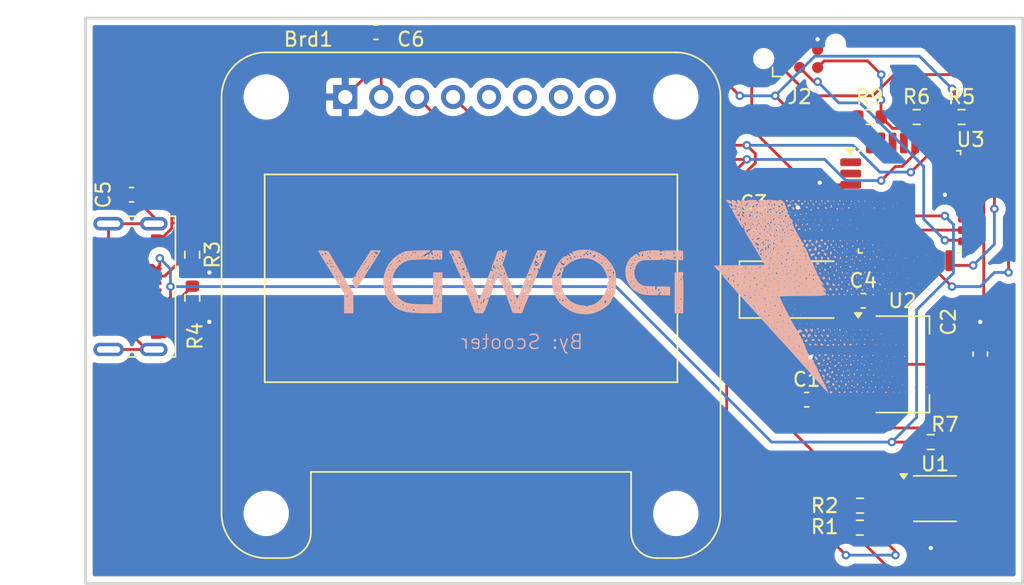
<source format=kicad_pcb>
(kicad_pcb (version 20241229) (generator "pcbnew") (generator_version "9.0")
  (layers (0 "F.Cu" signal) (2 "B.Cu" signal) (13 "F.Paste" user) (15 "B.Paste" user) (5 "F.SilkS" user "F.Silkscreen") (7 "B.SilkS" user "B.Silkscreen") (1 "F.Mask" user) (3 "B.Mask" user) (25 "Edge.Cuts" user))
  (net 0 "")
  (net 1 "GND")
  (net 2 "3V3")
  (net 3 "SDA")
  (net 4 "SCL")
  (net 6 "INPUT_PW")
  (net 8 "VBUS")
  (net 11 "Net-(U3-XTAL1{slash}PB6)")
  (net 13 "Net-(U3-XTAL2{slash}PB7)")
  (net 15 "RESET")
  (net 17 "SCK")
  (net 18 "MOSI")
  (net 21 "MISO")
  (net 22 "Net-(J1-SHIELD)")
  (net 28 "Net-(J1-CC1)")
  (net 29 "Net-(J1-CC2)")
  (footprint "Package_TO_SOT_SMD:SOT-223-3_TabPin2" (layer "F.Cu") (at 166.5 75)
    (property "Reference" "U2" (at 0 -4.5 0) (layer "F.SilkS"))
    (property "Value" "AMS1117-3.3")
    (pad "1" smd roundrect (at -3.15 -2.3) (size 2 1.5) (layers "F.Cu" "F.Mask" "F.Paste") (net 1 "GND"))
    (pad "2" smd roundrect (at -3.15 0) (size 2 1.5) (layers "F.Cu" "F.Mask" "F.Paste") (net 2 "3V3"))
    (pad "2" smd roundrect (at 3.15 0) (size 2 3.8) (layers "F.Cu" "F.Mask" "F.Paste") (net 2 "3V3"))
    (pad "3" smd roundrect (at -3.15 2.3) (size 2 1.5) (layers "F.Cu" "F.Mask" "F.Paste") (net 6 "INPUT_PW"))
  )
  (footprint "Resistor_SMD:R_0603_1608Metric" (layer "F.Cu") (at 170.675 57.5)
    (property "Reference" "R5" (at 0 -1.43 0) (layer "F.SilkS"))
    (property "Value" "4.7kΩ")
    (pad "1" smd roundrect (at -0.825 0) (size 0.8 0.95) (layers "F.Cu" "F.Mask" "F.Paste") (net 2 "3V3"))
    (pad "2" smd roundrect (at 0.825 0) (size 0.8 0.95) (layers "F.Cu" "F.Mask" "F.Paste") (net 3 "SDA"))
  )
  (footprint "Resistor_SMD:R_0603_1608Metric" (layer "F.Cu") (at 168.5 80.5)
    (property "Reference" "R7" (at 1 -1.25 0) (layer "F.SilkS"))
    (property "Value" "0.05 Ω")
    (pad "1" smd roundrect (at -0.825 0) (size 0.8 0.95) (layers "F.Cu" "F.Mask" "F.Paste") (net 8 "VBUS"))
    (pad "2" smd roundrect (at 0.825 0) (size 0.8 0.95) (layers "F.Cu" "F.Mask" "F.Paste") (net 6 "INPUT_PW"))
  )
  (footprint "Connector:Tag-Connect_TC2030-IDC-NL_2x03_P1.27mm_Vertical" (layer "F.Cu") (at 159.23 53.365)
    (property "Reference" "J2" (at 0 2.7 0) (layer "F.SilkS"))
    (property "Value" "AVR-ISP-6")
    (pad "" np_thru_hole circle (at -2.54 0) (size 0.9906 0.9906) (drill 0.9906) (layers "*.Cu" "*.Mask"))
    (pad "" np_thru_hole circle (at 2.54 -1.016) (size 0.9906 0.9906) (drill 0.9906) (layers "*.Cu" "*.Mask"))
    (pad "" np_thru_hole circle (at 2.54 1.016) (size 0.9906 0.9906) (drill 0.9906) (layers "*.Cu" "*.Mask"))
    (pad "1" connect circle (at -1.27 0.635) (size 0.7874 0.7874) (layers "F.Cu" "F.Mask") (net 21 "MISO"))
    (pad "2" connect circle (at -1.27 -0.635) (size 0.7874 0.7874) (layers "F.Cu" "F.Mask") (net 8 "VBUS"))
    (pad "3" connect circle (at 0 0.635) (size 0.7874 0.7874) (layers "F.Cu" "F.Mask") (net 17 "SCK"))
    (pad "4" connect circle (at 0 -0.635) (size 0.7874 0.7874) (layers "F.Cu" "F.Mask") (net 18 "MOSI"))
    (pad "5" connect circle (at 1.27 0.635) (size 0.7874 0.7874) (layers "F.Cu" "F.Mask") (net 15 "RESET"))
    (pad "6" connect circle (at 1.27 -0.635) (size 0.7874 0.7874) (layers "F.Cu" "F.Mask") (net 1 "GND"))
  )
  (footprint "Connector_USB:USB_C_Receptacle_Amphenol_124019772112A" (layer "F.Cu") (at 110.55 69.5 -90)
    (property "Reference" "J1" (hide yes))
    (property "Value" "USB_C_Receptacle")
    (pad "A1" smd roundrect (at -3.55 -3.2 270) (size 0.3 0.75) (layers "F.Cu" "F.Mask" "F.Paste") (net 1 "GND"))
    (pad "A1" smd roundrect (at -3.05 -3.2 270) (size 0.25 0.75) (layers "F.Cu" "F.Mask" "F.Paste") (net 1 "GND"))
    (pad "A1" smd roundrect (at 3.55 -3.2 270) (size 0.3 0.75) (layers "F.Cu" "F.Mask" "F.Paste") (net 1 "GND"))
    (pad "A4" smd roundrect (at -1.25 -3.2 270) (size 0.25 0.75) (layers "F.Cu" "F.Mask" "F.Paste") (net 8 "VBUS"))
    (pad "A5" smd roundrect (at -0.75 -3.2 270) (size 0.25 0.75) (layers "F.Cu" "F.Mask" "F.Paste") (net 28 "Net-(J1-CC1)"))
    (pad "A6" smd roundrect (at -0.25 -3.2 270) (size 0.25 0.75) (layers "F.Cu" "F.Mask" "F.Paste"))
    (pad "A7" smd roundrect (at 0.25 -3.2 270) (size 0.25 0.75) (layers "F.Cu" "F.Mask" "F.Paste"))
    (pad "A8" smd roundrect (at 0.75 -3.2 270) (size 0.25 0.75) (layers "F.Cu" "F.Mask" "F.Paste"))
    (pad "A9" smd roundrect (at 1.25 -3.2 270) (size 0.25 0.75) (layers "F.Cu" "F.Mask" "F.Paste") (net 8 "VBUS"))
    (pad "A12" smd roundrect (at 3.05 -3.2 270) (size 0.25 0.75) (layers "F.Cu" "F.Mask" "F.Paste") (net 1 "GND"))
    (pad "B1" smd roundrect (at 3 -1.95 270) (size 0.25 0.75) (layers "F.Cu" "F.Mask" "F.Paste") (net 1 "GND"))
    (pad "B4" smd roundrect (at 1.5 -1.95 270) (size 0.25 0.75) (layers "F.Cu" "F.Mask" "F.Paste") (net 8 "VBUS"))
    (pad "B5" smd roundrect (at 1 -1.95 270) (size 0.25 0.75) (layers "F.Cu" "F.Mask" "F.Paste") (net 29 "Net-(J1-CC2)"))
    (pad "B6" smd roundrect (at 0.5 -1.95 270) (size 0.25 0.75) (layers "F.Cu" "F.Mask" "F.Paste"))
    (pad "B7" smd roundrect (at -0.5 -1.95 270) (size 0.25 0.75) (layers "F.Cu" "F.Mask" "F.Paste"))
    (pad "B8" smd roundrect (at -1 -1.95 270) (size 0.25 0.75) (layers "F.Cu" "F.Mask" "F.Paste"))
    (pad "B9" smd roundrect (at -1.5 -1.95 270) (size 0.25 0.75) (layers "F.Cu" "F.Mask" "F.Paste") (net 8 "VBUS"))
    (pad "B12" smd roundrect (at -3 -1.95 270) (size 0.25 0.75) (layers "F.Cu" "F.Mask" "F.Paste") (net 1 "GND"))
    (pad "S1" thru_hole oval (at -4.45 -3.025 270) (size 0.95 1.95) (drill oval 0.45 1.45) (property pad_prop_heatsink) (layers "*.Cu" "*.Mask") (net 22 "Net-(J1-SHIELD)"))
    (pad "S1" thru_hole oval (at -4.45 0.175 270) (size 0.95 2.15) (drill oval 0.45 1.65) (property pad_prop_heatsink) (layers "*.Cu" "*.Mask") (net 22 "Net-(J1-SHIELD)"))
    (pad "S1" thru_hole oval (at 4.45 -3.025 270) (size 0.95 1.95) (drill oval 0.45 1.45) (property pad_prop_heatsink) (layers "*.Cu" "*.Mask") (net 22 "Net-(J1-SHIELD)"))
    (pad "S1" thru_hole oval (at 4.45 0.175 270) (size 0.95 2.15) (drill oval 0.45 1.65) (property pad_prop_heatsink) (layers "*.Cu" "*.Mask") (net 22 "Net-(J1-SHIELD)"))
  )
  (footprint "Capacitor_SMD:C_0603_1608Metric" (layer "F.Cu") (at 163.725 70.5)
    (property "Reference" "C4" (at 0 -1.43 0) (layer "F.SilkS"))
    (property "Value" "22 pF")
    (pad "1" smd roundrect (at -0.775 0) (size 0.9 0.95) (layers "F.Cu" "F.Mask" "F.Paste") (net 11 "Net-(U3-XTAL1{slash}PB6)"))
    (pad "2" smd roundrect (at 0.775 0) (size 0.9 0.95) (layers "F.Cu" "F.Mask" "F.Paste") (net 1 "GND"))
  )
  (footprint "Capacitor_SMD:C_0603_1608Metric" (layer "F.Cu") (at 156 65)
    (property "Reference" "C3" (at 0 -1.43 0) (layer "F.SilkS"))
    (property "Value" "22 pF")
    (pad "1" smd roundrect (at -0.775 0) (size 0.9 0.95) (layers "F.Cu" "F.Mask" "F.Paste") (net 13 "Net-(U3-XTAL2{slash}PB7)"))
    (pad "2" smd roundrect (at 0.775 0) (size 0.9 0.95) (layers "F.Cu" "F.Mask" "F.Paste") (net 1 "GND"))
  )
  (footprint "Resistor_SMD:R_0603_1608Metric" (layer "F.Cu") (at 163.490411 86.554819)
    (property "Reference" "R2" (at -2.490411 -1.554819 0) (layer "F.SilkS"))
    (property "Value" "4.7kΩ")
    (pad "1" smd roundrect (at -0.825 0) (size 0.8 0.95) (layers "F.Cu" "F.Mask" "F.Paste") (net 2 "3V3"))
    (pad "2" smd roundrect (at 0.825 0) (size 0.8 0.95) (layers "F.Cu" "F.Mask" "F.Paste") (net 4 "SCL"))
  )
  (footprint "Capacitor_SMD:C_0603_1608Metric" (layer "F.Cu") (at 112 63 180)
    (property "Reference" "C5" (at 2 0 90) (layer "F.SilkS"))
    (property "Value" "1µF")
    (pad "1" smd roundrect (at -0.775 0 180) (size 0.9 0.95) (layers "F.Cu" "F.Mask" "F.Paste") (net 22 "Net-(J1-SHIELD)"))
    (pad "2" smd roundrect (at 0.775 0 180) (size 0.9 0.95) (layers "F.Cu" "F.Mask" "F.Paste") (net 1 "GND"))
  )
  (footprint "Package_SO:VSSOP-10_3x3mm_P0.5mm" (layer "F.Cu") (at 168.8 84.5)
    (property "Reference" "U1" (at 0 -2.45 0) (layer "F.SilkS"))
    (property "Value" "INA226")
    (pad "1" smd roundrect (at -2.2 -1) (size 1.45 0.3) (layers "F.Cu" "F.Mask" "F.Paste"))
    (pad "2" smd roundrect (at -2.2 -0.5) (size 1.45 0.3) (layers "F.Cu" "F.Mask" "F.Paste"))
    (pad "3" smd roundrect (at -2.2 0) (size 1.45 0.3) (layers "F.Cu" "F.Mask" "F.Paste"))
    (pad "4" smd roundrect (at -2.2 0.5) (size 1.45 0.3) (layers "F.Cu" "F.Mask" "F.Paste") (net 3 "SDA"))
    (pad "5" smd roundrect (at -2.2 1) (size 1.45 0.3) (layers "F.Cu" "F.Mask" "F.Paste") (net 4 "SCL"))
    (pad "6" smd roundrect (at 2.2 1) (size 1.45 0.3) (layers "F.Cu" "F.Mask" "F.Paste") (net 2 "3V3"))
    (pad "7" smd roundrect (at 2.2 0.5) (size 1.45 0.3) (layers "F.Cu" "F.Mask" "F.Paste") (net 1 "GND"))
    (pad "8" smd roundrect (at 2.2 0) (size 1.45 0.3) (layers "F.Cu" "F.Mask" "F.Paste") (net 2 "3V3"))
    (pad "9" smd roundrect (at 2.2 -0.5) (size 1.45 0.3) (layers "F.Cu" "F.Mask" "F.Paste") (net 6 "INPUT_PW"))
    (pad "10" smd roundrect (at 2.2 -1) (size 1.45 0.3) (layers "F.Cu" "F.Mask" "F.Paste") (net 8 "VBUS"))
  )
  (footprint "Display:Adafruit_SSD1306" (layer "F.Cu") (at 127.11 56.085)
    (property "Reference" "Brd1" (at -2.61 -4.085 0) (layer "F.SilkS"))
    (property "Value" "SSD1306")
    (pad "" np_thru_hole circle (at -5.588 0) (size 2.7 2.7) (drill 2.7) (layers "*.Cu" "*.Mask"))
    (pad "" np_thru_hole circle (at -5.588 29.464) (size 2.7 2.7) (drill 2.7) (layers "*.Cu" "*.Mask"))
    (pad "" np_thru_hole circle (at 23.368 0) (size 2.7 2.7) (drill 2.7) (layers "*.Cu" "*.Mask"))
    (pad "" np_thru_hole circle (at 23.368 29.464) (size 2.7 2.7) (drill 2.7) (layers "*.Cu" "*.Mask"))
    (pad "1" thru_hole rect (at 0 0) (size 1.7 1.7) (drill 1) (layers "*.Cu" "*.Mask") (net 1 "GND"))
    (pad "2" thru_hole circle (at 2.54 0) (size 1.7 1.7) (drill 1) (layers "*.Cu" "*.Mask") (net 2 "3V3"))
    (pad "3" thru_hole circle (at 5.08 0) (size 1.7 1.7) (drill 1) (layers "*.Cu" "*.Mask") (net 4 "SCL"))
    (pad "4" thru_hole circle (at 7.62 0) (size 1.7 1.7) (drill 1) (layers "*.Cu" "*.Mask") (net 3 "SDA"))
    (pad "5" thru_hole circle (at 10.16 0) (size 1.7 1.7) (drill 1) (layers "*.Cu" "*.Mask"))
    (pad "6" thru_hole circle (at 12.7 0) (size 1.7 1.7) (drill 1) (layers "*.Cu" "*.Mask"))
    (pad "7" thru_hole circle (at 15.24 0) (size 1.7 1.7) (drill 1) (layers "*.Cu" "*.Mask"))
    (pad "8" thru_hole circle (at 17.78 0) (size 1.7 1.7) (drill 1) (layers "*.Cu" "*.Mask"))
  )
  (footprint "Resistor_SMD:R_0603_1608Metric" (layer "F.Cu") (at 116.288536 67.24586 -90)
    (property "Reference" "R3" (at 0 -1.43 90) (layer "F.SilkS"))
    (property "Value" "5.1kΩ")
    (pad "1" smd roundrect (at -0.825 0 270) (size 0.8 0.95) (layers "F.Cu" "F.Mask" "F.Paste") (net 28 "Net-(J1-CC1)"))
    (pad "2" smd roundrect (at 0.825 0 270) (size 0.8 0.95) (layers "F.Cu" "F.Mask" "F.Paste") (net 1 "GND"))
  )
  (footprint "Package_QFP:TQFP-32_7x7mm_P0.8mm" (layer "F.Cu") (at 167 63.5)
    (property "Reference" "U3" (at 4.319711 -4.401571 0) (layer "F.SilkS"))
    (property "Value" "ATmega328P-A")
    (pad "1" smd roundrect (at -4.1625 -2.8) (size 1.475 0.55) (layers "F.Cu" "F.Mask" "F.Paste"))
    (pad "2" smd roundrect (at -4.1625 -2) (size 1.475 0.55) (layers "F.Cu" "F.Mask" "F.Paste"))
    (pad "3" smd roundrect (at -4.1625 -1.2) (size 1.475 0.55) (layers "F.Cu" "F.Mask" "F.Paste") (net 1 "GND"))
    (pad "4" smd roundrect (at -4.1625 -0.4) (size 1.475 0.55) (layers "F.Cu" "F.Mask" "F.Paste") (net 8 "VBUS"))
    (pad "5" smd roundrect (at -4.1625 0.4) (size 1.475 0.55) (layers "F.Cu" "F.Mask" "F.Paste") (net 1 "GND"))
    (pad "6" smd roundrect (at -4.1625 1.2) (size 1.475 0.55) (layers "F.Cu" "F.Mask" "F.Paste") (net 8 "VBUS"))
    (pad "7" smd roundrect (at -4.1625 2) (size 1.475 0.55) (layers "F.Cu" "F.Mask" "F.Paste") (net 11 "Net-(U3-XTAL1{slash}PB6)"))
    (pad "8" smd roundrect (at -4.1625 2.8) (size 1.475 0.55) (layers "F.Cu" "F.Mask" "F.Paste") (net 13 "Net-(U3-XTAL2{slash}PB7)"))
    (pad "9" smd roundrect (at -2.8 4.1625) (size 0.55 1.475) (layers "F.Cu" "F.Mask" "F.Paste"))
    (pad "10" smd roundrect (at -2 4.1625) (size 0.55 1.475) (layers "F.Cu" "F.Mask" "F.Paste"))
    (pad "11" smd roundrect (at -1.2 4.1625) (size 0.55 1.475) (layers "F.Cu" "F.Mask" "F.Paste"))
    (pad "12" smd roundrect (at -0.4 4.1625) (size 0.55 1.475) (layers "F.Cu" "F.Mask" "F.Paste"))
    (pad "13" smd roundrect (at 0.4 4.1625) (size 0.55 1.475) (layers "F.Cu" "F.Mask" "F.Paste"))
    (pad "14" smd roundrect (at 1.2 4.1625) (size 0.55 1.475) (layers "F.Cu" "F.Mask" "F.Paste"))
    (pad "15" smd roundrect (at 2 4.1625) (size 0.55 1.475) (layers "F.Cu" "F.Mask" "F.Paste") (net 18 "MOSI"))
    (pad "16" smd roundrect (at 2.8 4.1625) (size 0.55 1.475) (layers "F.Cu" "F.Mask" "F.Paste") (net 21 "MISO"))
    (pad "17" smd roundrect (at 4.1625 2.8) (size 1.475 0.55) (layers "F.Cu" "F.Mask" "F.Paste") (net 17 "SCK"))
    (pad "18" smd roundrect (at 4.1625 2) (size 1.475 0.55) (layers "F.Cu" "F.Mask" "F.Paste") (net 8 "VBUS"))
    (pad "19" smd roundrect (at 4.1625 1.2) (size 1.475 0.55) (layers "F.Cu" "F.Mask" "F.Paste"))
    (pad "20" smd roundrect (at 4.1625 0.4) (size 1.475 0.55) (layers "F.Cu" "F.Mask" "F.Paste"))
    (pad "21" smd roundrect (at 4.1625 -0.4) (size 1.475 0.55) (layers "F.Cu" "F.Mask" "F.Paste") (net 1 "GND"))
    (pad "22" smd roundrect (at 4.1625 -1.2) (size 1.475 0.55) (layers "F.Cu" "F.Mask" "F.Paste"))
    (pad "23" smd roundrect (at 4.1625 -2) (size 1.475 0.55) (layers "F.Cu" "F.Mask" "F.Paste"))
    (pad "24" smd roundrect (at 4.1625 -2.8) (size 1.475 0.55) (layers "F.Cu" "F.Mask" "F.Paste"))
    (pad "25" smd roundrect (at 2.8 -4.1625) (size 0.55 1.475) (layers "F.Cu" "F.Mask" "F.Paste"))
    (pad "26" smd roundrect (at 2 -4.1625) (size 0.55 1.475) (layers "F.Cu" "F.Mask" "F.Paste"))
    (pad "27" smd roundrect (at 1.2 -4.1625) (size 0.55 1.475) (layers "F.Cu" "F.Mask" "F.Paste") (net 3 "SDA"))
    (pad "28" smd roundrect (at 0.4 -4.1625) (size 0.55 1.475) (layers "F.Cu" "F.Mask" "F.Paste") (net 4 "SCL"))
    (pad "29" smd roundrect (at -0.4 -4.1625) (size 0.55 1.475) (layers "F.Cu" "F.Mask" "F.Paste") (net 15 "RESET"))
    (pad "30" smd roundrect (at -1.2 -4.1625) (size 0.55 1.475) (layers "F.Cu" "F.Mask" "F.Paste"))
    (pad "31" smd roundrect (at -2 -4.1625) (size 0.55 1.475) (layers "F.Cu" "F.Mask" "F.Paste"))
    (pad "32" smd roundrect (at -2.8 -4.1625) (size 0.55 1.475) (layers "F.Cu" "F.Mask" "F.Paste"))
  )
  (footprint "Resistor_SMD:R_0603_1608Metric" (layer "F.Cu") (at 164.175 57.5)
    (property "Reference" "R9" (at 0 -1.43 0) (layer "F.SilkS"))
    (property "Value" "10kΩ")
    (pad "1" smd roundrect (at -0.825 0) (size 0.8 0.95) (layers "F.Cu" "F.Mask" "F.Paste") (net 2 "3V3"))
    (pad "2" smd roundrect (at 0.825 0) (size 0.8 0.95) (layers "F.Cu" "F.Mask" "F.Paste") (net 15 "RESET"))
  )
  (footprint "Resistor_SMD:R_0603_1608Metric" (layer "F.Cu") (at 167.5 57.5)
    (property "Reference" "R6" (at 0 -1.43 0) (layer "F.SilkS"))
    (property "Value" "4.7kΩ")
    (pad "1" smd roundrect (at -0.825 0) (size 0.8 0.95) (layers "F.Cu" "F.Mask" "F.Paste") (net 2 "3V3"))
    (pad "2" smd roundrect (at 0.825 0) (size 0.8 0.95) (layers "F.Cu" "F.Mask" "F.Paste") (net 4 "SCL"))
  )
  (footprint "Capacitor_SMD:C_0603_1608Metric" (layer "F.Cu") (at 129.275 51.5 180)
    (property "Reference" "C6" (at -2.475 -0.5 0) (layer "F.SilkS"))
    (property "Value" "0.1 µF")
    (pad "1" smd roundrect (at -0.775 0 180) (size 0.9 0.95) (layers "F.Cu" "F.Mask" "F.Paste") (net 2 "3V3"))
    (pad "2" smd roundrect (at 0.775 0 180) (size 0.9 0.95) (layers "F.Cu" "F.Mask" "F.Paste") (net 1 "GND"))
  )
  (footprint "Resistor_SMD:R_0603_1608Metric" (layer "F.Cu") (at 163.5 85 180)
    (property "Reference" "R1" (at 2.5 -1.492947 0) (layer "F.SilkS"))
    (property "Value" "4.7kΩ")
    (pad "1" smd roundrect (at -0.825 0 180) (size 0.8 0.95) (layers "F.Cu" "F.Mask" "F.Paste") (net 3 "SDA"))
    (pad "2" smd roundrect (at 0.825 0 180) (size 0.8 0.95) (layers "F.Cu" "F.Mask" "F.Paste") (net 2 "3V3"))
  )
  (footprint "Crystal:Crystal_SMD_0603-2Pin_6.0x3.5mm" (layer "F.Cu") (at 158.386193 69.711133)
    (property "Reference" "Y1" (at 0 -2.95 0) (layer "F.SilkS"))
    (property "Value" "Crystal")
    (pad "1" smd roundrect (at -2.2 0) (size 1.9 2.5) (layers "F.Cu" "F.Mask" "F.Paste") (roundrect_rratio 0.131579) (net 13 "Net-(U3-XTAL2{slash}PB7)"))
    (pad "2" smd roundrect (at 2.2 0) (size 1.9 2.5) (layers "F.Cu" "F.Mask" "F.Paste") (roundrect_rratio 0.131579) (net 11 "Net-(U3-XTAL1{slash}PB6)"))
  )
  (footprint "Resistor_SMD:R_0603_1608Metric" (layer "F.Cu") (at 116.296665 70.2917 -90)
    (property "Reference" "R4" (at 2.7083 -0.203335 90) (layer "F.SilkS"))
    (property "Value" "5.1kΩ")
    (pad "1" smd roundrect (at -0.825 0 270) (size 0.8 0.95) (layers "F.Cu" "F.Mask" "F.Paste") (net 29 "Net-(J1-CC2)"))
    (pad "2" smd roundrect (at 0.825 0 270) (size 0.8 0.95) (layers "F.Cu" "F.Mask" "F.Paste") (net 1 "GND"))
  )
  (footprint "Capacitor_SMD:C_0603_1608Metric" (layer "F.Cu") (at 159.725 77.5)
    (property "Reference" "C1" (at 0 -1.43 0) (layer "F.SilkS"))
    (property "Value" "10 µF")
    (pad "1" smd roundrect (at -0.775 0) (size 0.9 0.95) (layers "F.Cu" "F.Mask" "F.Paste") (net 1 "GND"))
    (pad "2" smd roundrect (at 0.775 0) (size 0.9 0.95) (layers "F.Cu" "F.Mask" "F.Paste") (net 6 "INPUT_PW"))
  )
  (footprint "Capacitor_SMD:C_0603_1608Metric" (layer "F.Cu") (at 172 74.275 90)
    (property "Reference" "C2" (at 2.275 -2.25 90) (layer "F.SilkS"))
    (property "Value" "10 µF")
    (pad "1" smd roundrect (at -0.775 0 90) (size 0.9 0.95) (layers "F.Cu" "F.Mask" "F.Paste") (net 2 "3V3"))
    (pad "2" smd roundrect (at 0.775 0 90) (size 0.9 0.95) (layers "F.Cu" "F.Mask" "F.Paste") (net 1 "GND"))
  )
  (footprint "LOGO" (layer "B.Cu") (at 144.5 69 180)
    (property "Reference" "G***" (hide yes))
    (property "Value" "LOGO" (hide yes))
  )
  (gr_rect (start 108.75 50.5) (end 175 90.5) (stroke (width 0.2)) (fill no) (layer "Edge.Cuts"))
  (gr_text "By: Scooter" (at 144 74 0) (layer "B.SilkS") (effects (font (size 1 1) (thickness 0.1)) (justify left bottom mirror)))
  (segment (start 160.810147 62.3) (end 162.8375 62.3) (width 0.2) (layer "F.Cu") (net 1))
  (segment (start 128.5 51.5) (end 128.5 54.695) (width 0.2) (layer "F.Cu") (net 1))
  (segment (start 159.1 63.9) (end 158 65) (width 0.2) (layer "F.Cu") (net 1))
  (segment (start 113.75 65.95) (end 113.75 66.45) (width 0.2) (layer "F.Cu") (net 1))
  (segment (start 160 72.5) (end 160 74.5) (width 0.2) (layer "F.Cu") (net 1))
  (segment (start 114.363365 73.05) (end 116.296665 71.1167) (width 0.2) (layer "F.Cu") (net 1))
  (segment (start 113.00011 62) (end 112.225 62) (width 0.2) (layer "F.Cu") (net 1))
  (segment (start 170.241176 85) (end 168.5 86.741176) (width 0.2) (layer "F.Cu") (net 1))
  (segment (start 158.95 75.55) (end 160 74.5) (width 0.2) (layer "F.Cu") (net 1))
  (segment (start 117.07086 68.07086) (end 117.5 68.5) (width 0.2) (layer "F.Cu") (net 1))
  (segment (start 161.8 72.7) (end 160 74.5) (width 0.2) (layer "F.Cu") (net 1))
  (segment (start 128.5 54.695) (end 127.11 56.085) (width 0.2) (layer "F.Cu") (net 1))
  (segment (start 113.7 66.5) (end 113.75 66.45) (width 0.2) (layer "F.Cu") (net 1))
  (segment (start 164.5 70.5) (end 163.5 71.5) (width 0.2) (layer "F.Cu") (net 1))
  (segment (start 158 65) (end 156.775 65) (width 0.2) (layer "F.Cu") (net 1))
  (segment (start 113.75 65.95) (end 114.27243 65.95) (width 0.2) (layer "F.Cu") (net 1))
  (segment (start 169.6 63.1) (end 169.5 63) (width 0.2) (layer "F.Cu") (net 1))
  (segment (start 168.5 86.741176) (end 168.5 88) (width 0.2) (layer "F.Cu") (net 1))
  (segment (start 163.5 71.5) (end 161 71.5) (width 0.2) (layer "F.Cu") (net 1))
  (segment (start 114.851 63.85089) (end 113.00011 62) (width 0.2) (layer "F.Cu") (net 1))
  (segment (start 114.27243 65.95) (end 114.851 65.37143) (width 0.2) (layer "F.Cu") (net 1))
  (segment (start 113.75 73.05) (end 113.75 72.55) (width 0.2) (layer "F.Cu") (net 1))
  (segment (start 172 73.5) (end 172 72) (width 0.2) (layer "F.Cu") (net 1))
  (segment (start 116.6167 71.1167) (end 117.5 72) (width 0.2) (layer "F.Cu") (net 1))
  (segment (start 163.35 72.7) (end 161.8 72.7) (width 0.2) (layer "F.Cu") (net 1))
  (segment (start 114.851 65.37143) (end 114.851 65) (width 0.2) (layer "F.Cu") (net 1))
  (segment (start 160.5 52.73) (end 160.5 52) (width 0.2) (layer "F.Cu") (net 1))
  (segment (start 116.296665 71.1167) (end 116.6167 71.1167) (width 0.2) (layer "F.Cu") (net 1))
  (segment (start 171 85) (end 170.241176 85) (width 0.2) (layer "F.Cu") (net 1))
  (segment (start 159.1 63.9) (end 162.8375 63.9) (width 0.2) (layer "F.Cu") (net 1))
  (segment (start 112.5 72.5) (end 113.7 72.5) (width 0.2) (layer "F.Cu") (net 1))
  (segment (start 114.851 65) (end 116.05674 65) (width 0.2) (layer "F.Cu") (net 1))
  (segment (start 113.75 73.05) (end 114.363365 73.05) (width 0.2) (layer "F.Cu") (net 1))
  (segment (start 113.7 72.5) (end 113.75 72.55) (width 0.2) (layer "F.Cu") (net 1))
  (segment (start 158.95 77.5) (end 158.95 75.55) (width 0.2) (layer "F.Cu") (net 1))
  (segment (start 116.288536 68.07086) (end 117 68.07086) (width 0.2) (layer "F.Cu") (net 1))
  (segment (start 112.225 62) (end 111.225 63) (width 0.2) (layer "F.Cu") (net 1))
  (segment (start 171.1625 63.1) (end 169.6 63.1) (width 0.2) (layer "F.Cu") (net 1))
  (segment (start 112.5 66.5) (end 113.7 66.5) (width 0.2) (layer "F.Cu") (net 1))
  (segment (start 116.05674 65) (end 117.064536 66.007796) (width 0.2) (layer "F.Cu") (net 1))
  (segment (start 117 68.07086) (end 117.07086 68.07086) (width 0.2) (layer "F.Cu") (net 1))
  (segment (start 117.064536 68.006324) (end 117 68.07086) (width 0.2) (layer "F.Cu") (net 1))
  (segment (start 161 71.5) (end 160 72.5) (width 0.2) (layer "F.Cu") (net 1))
  (segment (start 114.851 65) (end 114.851 63.85089) (width 0.2) (layer "F.Cu") (net 1))
  (segment (start 160.653903 62.143756) (end 160.810147 62.3) (width 0.2) (layer "F.Cu") (net 1))
  (segment (start 117.064536 66.007796) (end 117.064536 68.006324) (width 0.2) (layer "F.Cu") (net 1))
  (via (at 159.1 63.9) (size 0.6) (drill 0.3) (layers "F.Cu" "B.Cu") (net 1))
  (via (at 169.5 63) (size 0.6) (drill 0.3) (layers "F.Cu" "B.Cu") (net 1))
  (via (at 160.653903 62.143756) (size 0.6) (drill 0.3) (layers "F.Cu" "B.Cu") (net 1))
  (via (at 117.5 68.5) (size 0.6) (drill 0.3) (layers "F.Cu" "B.Cu") (net 1))
  (via (at 168.5 88) (size 0.6) (drill 0.3) (layers "F.Cu" "B.Cu") (net 1))
  (via (at 117.5 72) (size 0.6) (drill 0.3) (layers "F.Cu" "B.Cu") (net 1))
  (via (at 160 74.5) (size 0.6) (drill 0.3) (layers "F.Cu" "B.Cu") (net 1))
  (via (at 160.5 52) (size 0.6) (drill 0.3) (layers "F.Cu" "B.Cu") (net 1))
  (via (at 172 72) (size 0.6) (drill 0.3) (layers "F.Cu" "B.Cu") (net 1))
  (segment (start 161.8 72.7) (end 163.6 74.5) (width 0.2) (layer "B.Cu") (net 1))
  (segment (start 162.665411 85.009589) (end 162.675 85) (width 0.2) (layer "F.Cu") (net 2))
  (segment (start 129.65 51.9) (end 130.05 51.5) (width 0.2) (layer "F.Cu") (net 2))
  (segment (start 163.35 75) (end 169.65 75) (width 0.2) (layer "F.Cu") (net 2))
  (segment (start 165.610592 89.5) (end 169 89.5) (width 0.2) (layer "F.Cu") (net 2))
  (segment (start 172.13255 56.53355) (end 172.248943 56.649943) (width 0.2) (layer "F.Cu") (net 2))
  (segment (start 162.665411 86.554819) (end 165.610592 89.5) (width 0.2) (layer "F.Cu") (net 2))
  (segment (start 173.5 83.5) (end 173.5 76.55) (width 0.2) (layer "F.Cu") (net 2))
  (segment (start 169.65 75) (end 171.95 75) (width 0.2) (layer "F.Cu") (net 2))
  (segment (start 172.248943 70.248943) (end 174 72) (width 0.2) (layer "F.Cu") (net 2))
  (segment (start 171.95 75) (end 172 75.05) (width 0.2) (layer "F.Cu") (net 2))
  (segment (start 174 73.05) (end 172 75.05) (width 0.2) (layer "F.Cu") (net 2))
  (segment (start 150.5 51.5) (end 155 56) (width 0.2) (layer "F.Cu") (net 2))
  (segment (start 173 85.5) (end 173.5 85) (width 0.2) (layer "F.Cu") (net 2))
  (segment (start 170.175 55.675) (end 170 55.5) (width 0.2) (layer "F.Cu") (net 2))
  (segment (start 159 57.5) (end 163.35 57.5) (width 0.2) (layer "F.Cu") (net 2))
  (segment (start 169.85 57.5) (end 170.81645 56.53355) (width 0.2) (layer "F.Cu") (net 2))
  (segment (start 172.248943 56.649943) (end 172.248943 70.248943) (width 0.2) (layer "F.Cu") (net 2))
  (segment (start 174 72) (end 174 73.05) (width 0.2) (layer "F.Cu") (net 2))
  (segment (start 172.5 84.5) (end 173.5 83.5) (width 0.2) (layer "F.Cu") (net 2))
  (segment (start 170.81645 56.53355) (end 172.13255 56.53355) (width 0.2) (layer "F.Cu") (net 2))
  (segment (start 157.5 56) (end 159 57.5) (width 0.2) (layer "F.Cu") (net 2))
  (segment (start 170.175 57.175) (end 170.175 55.675) (width 0.2) (layer "F.Cu") (net 2))
  (segment (start 129.65 56.085) (end 129.65 51.9) (width 0.2) (layer "F.Cu") (net 2))
  (segment (start 173.5 76.55) (end 172 75.05) (width 0.2) (layer "F.Cu") (net 2))
  (segment (start 169.074 56.724) (end 169.85 57.5) (width 0.2) (layer "F.Cu") (net 2))
  (segment (start 169 89.5) (end 173 85.5) (width 0.2) (layer "F.Cu") (net 2))
  (segment (start 171 85.5) (end 173 85.5) (width 0.2) (layer "F.Cu") (net 2))
  (segment (start 162.665411 86.554819) (end 162.665411 85.009589) (width 0.2) (layer "F.Cu") (net 2))
  (segment (start 166.675 57.5) (end 167.451 56.724) (width 0.2) (layer "F.Cu") (net 2))
  (segment (start 130.05 51.5) (end 150.5 51.5) (width 0.2) (layer "F.Cu") (net 2))
  (segment (start 173.5 85) (end 173.5 83.5) (width 0.2) (layer "F.Cu") (net 2))
  (segment (start 169.85 57.5) (end 170.175 57.175) (width 0.2) (layer "F.Cu") (net 2))
  (segment (start 171 84.5) (end 172.5 84.5) (width 0.2) (layer "F.Cu") (net 2))
  (segment (start 167.451 56.724) (end 169.074 56.724) (width 0.2) (layer "F.Cu") (net 2))
  (via (at 170 55.5) (size 0.6) (drill 0.3) (layers "F.Cu" "B.Cu") (net 2))
  (via (at 155 56) (size 0.6) (drill 0.3) (layers "F.Cu" "B.Cu") (net 2))
  (via (at 157.5 56) (size 0.6) (drill 0.3) (layers "F.Cu" "B.Cu") (net 2))
  (segment (start 155 56) (end 157.5 56) (width 0.2) (layer "B.Cu") (net 2))
  (segment (start 167.6953 53.1953) (end 170 55.5) (width 0.2) (layer "B.Cu") (net 2))
  (segment (start 157.5 56) (end 160.3047 53.1953) (width 0.2) (layer "B.Cu") (net 2))
  (segment (start 160.3047 53.1953) (end 167.6953 53.1953) (width 0.2) (layer "B.Cu") (net 2))
  (segment (start 154.474 75.474) (end 154.474 62.375943) (width 0.2) (layer "F.Cu") (net 3))
  (segment (start 154.474 62.375943) (end 156.101 60.748943) (width 0.2) (layer "F.Cu") (net 3))
  (segment (start 168.524001 58.276) (end 168.2 58.600001) (width 0.2) (layer "F.Cu") (net 3))
  (segment (start 138.145 59.5) (end 155.5 59.5) (width 0.2) (layer "F.Cu") (net 3))
  (segment (start 171.5 57.5) (end 170.724 58.276) (width 0.2) (layer "F.Cu") (net 3))
  (segment (start 167.08887 61.41113) (end 168.2 60.3) (width 0.2) (layer "F.Cu") (net 3))
  (segment (start 168.2 60.3) (end 168.2 59.3375) (width 0.2) (layer "F.Cu") (net 3))
  (segment (start 164.325 85) (end 164 85) (width 0.2) (layer "F.Cu") (net 3))
  (segment (start 168.2 58.600001) (end 168.2 59.3375) (width 0.2) (layer "F.Cu") (net 3))
  (segment (start 170.724 58.276) (end 168.524001 58.276) (width 0.2) (layer "F.Cu") (net 3))
  (segment (start 156.101 60.101) (end 155.5 59.5) (width 0.2) (layer "F.Cu") (net 3))
  (segment (start 156.101 60.748943) (end 156.101 60.101) (width 0.2) (layer "F.Cu") (net 3))
  (segment (start 134.73 56.085) (end 138.145 59.5) (width 0.2) (layer "F.Cu") (net 3))
  (segment (start 164 85) (end 154.474 75.474) (width 0.2) (layer "F.Cu") (net 3))
  (segment (start 166.6 85) (end 164.325 85) (width 0.2) (layer "F.Cu") (net 3))
  (via (at 155.5 59.5) (size 0.6) (drill 0.3) (layers "F.Cu" "B.Cu") (net 3))
  (via (at 167.08887 61.41113) (size 0.6) (drill 0.3) (layers "F.Cu" "B.Cu") (net 3))
  (segment (start 166.91113 61.41113) (end 166.899 61.399) (width 0.2) (layer "B.Cu") (net 3))
  (segment (start 167.08887 61.41113) (end 166.91113 61.41113) (width 0.2) (layer "B.Cu") (net 3))
  (segment (start 163 59.5) (end 155.5 59.5) (width 0.2) (layer "B.Cu") (net 3))
  (segment (start 164.899 61.399) (end 163 59.5) (width 0.2) (layer "B.Cu") (net 3))
  (segment (start 166.899 61.399) (end 164.899 61.399) (width 0.2) (layer "B.Cu") (net 3))
  (segment (start 166 88.239408) (end 166 88.5) (width 0.2) (layer "F.Cu") (net 4))
  (segment (start 154.073 61.927) (end 155.5 60.5) (width 0.2) (layer "F.Cu") (net 4))
  (segment (start 166 61) (end 166.474999 61) (width 0.2) (layer "F.Cu") (net 4))
  (segment (start 162.5 88.5) (end 154.073 80.073) (width 0.2) (layer "F.Cu") (net 4))
  (segment (start 167.4 58.425) (end 167.4 59.3375) (width 0.2) (layer "F.Cu") (net 4))
  (segment (start 166.474999 61) (end 167.4 60.074999) (width 0.2) (layer "F.Cu") (net 4))
  (segment (start 136.605 60.5) (end 155.5 60.5) (width 0.2) (layer "F.Cu") (net 4))
  (segment (start 165 62) (end 166 61) (width 0.2) (layer "F.Cu") (net 4))
  (segment (start 132.19 56.085) (end 136.605 60.5) (width 0.2) (layer "F.Cu") (net 4))
  (segment (start 164.315411 86.554819) (end 166 88.239408) (width 0.2) (layer "F.Cu") (net 4))
  (segment (start 165.37023 85.5) (end 164.315411 86.554819) (width 0.2) (layer "F.Cu") (net 4))
  (segment (start 154.073 80.073) (end 154.073 61.927) (width 0.2) (layer "F.Cu") (net 4))
  (segment (start 166.6 85.5) (end 165.37023 85.5) (width 0.2) (layer "F.Cu") (net 4))
  (segment (start 168.325 57.5) (end 167.4 58.425) (width 0.2) (layer "F.Cu") (net 4))
  (segment (start 167.4 60.074999) (end 167.4 59.3375) (width 0.2) (layer "F.Cu") (net 4))
  (via (at 155.5 60.5) (size 0.6) (drill 0.3) (layers "F.Cu" "B.Cu") (net 4))
  (via (at 166 88.5) (size 0.6) (drill 0.3) (layers "F.Cu" "B.Cu") (net 4))
  (via (at 162.5 88.5) (size 0.6) (drill 0.3) (layers "F.Cu" "B.Cu") (net 4))
  (via (at 165 62) (size 0.6) (drill 0.3) (layers "F.Cu" "B.Cu") (net 4))
  (segment (start 165 62) (end 162.5 62) (width 0.2) (layer "B.Cu") (net 4))
  (segment (start 162.5 62) (end 161 60.5) (width 0.2) (layer "B.Cu") (net 4))
  (segment (start 155.5 60.5) (end 160 60.5) (width 0.2) (layer "B.Cu") (net 4))
  (segment (start 166 88.5) (end 162.5 88.5) (width 0.2) (layer "B.Cu") (net 4))
  (segment (start 161 60.5) (end 160 60.5) (width 0.2) (layer "B.Cu") (net 4))
  (segment (start 163.5 79.5) (end 163.35 79.35) (width 0.2) (layer "F.Cu") (net 6))
  (segment (start 171 80.5) (end 169.325 80.5) (width 0.2) (layer "F.Cu") (net 6))
  (segment (start 169.325 80.5) (end 168.325 79.5) (width 0.2) (layer "F.Cu") (net 6))
  (segment (start 168.325 79.5) (end 163.5 79.5) (width 0.2) (layer "F.Cu") (net 6))
  (segment (start 171.758824 84) (end 172.026 83.732824) (width 0.2) (layer "F.Cu") (net 6))
  (segment (start 172.026 81.526) (end 171 80.5) (width 0.2) (layer "F.Cu") (net 6))
  (segment (start 171 84) (end 171.758824 84) (width 0.2) (layer "F.Cu") (net 6))
  (segment (start 172.026 83.732824) (end 172.026 81.526) (width 0.2) (layer "F.Cu") (net 6))
  (segment (start 163.35 79.35) (end 163.35 77.3) (width 0.2) (layer "F.Cu") (net 6))
  (segment (start 160.7 77.3) (end 160.5 77.5) (width 0.2) (layer "F.Cu") (net 6))
  (segment (start 163.35 77.3) (end 160.7 77.3) (width 0.2) (layer "F.Cu") (net 6))
  (segment (start 114.25 70.75) (end 114.751814 70.248186) (width 0.2) (layer "F.Cu") (net 8))
  (segment (start 114.751814 70.248186) (end 114.751814 69.5) (width 0.2) (layer "F.Cu") (net 8))
  (segment (start 162.8375 64.7) (end 165.2 64.7) (width 0.2) (layer "F.Cu") (net 8))
  (segment (start 165.2 64.7) (end 166 65.5) (width 0.2) (layer "F.Cu") (net 8))
  (segment (start 165.4 64.5) (end 165.2 64.7) (width 0.2) (layer "F.Cu") (net 8))
  (segment (start 171 83.5) (end 169.5 83.5) (width 0.2) (layer "F.Cu") (net 8))
  (segment (start 113.75 68.25) (end 113.5 68) (width 0.2) (layer "F.Cu") (net 8))
  (segment (start 165.75 80.5) (end 167.675 80.5) (width 0.2) (layer "F.Cu") (net 8))
  (segment (start 166 65.5) (end 171.1625 65.5) (width 0.2) (layer "F.Cu") (net 8))
  (segment (start 162.8375 63.1) (end 163.6 63.1) (width 0.2) (layer "F.Cu") (net 8))
  (segment (start 163.6 63.1) (end 166 65.5) (width 0.2) (layer "F.Cu") (net 8))
  (segment (start 113.5 71) (end 113.75 70.75) (width 0.2) (layer "F.Cu") (net 8))
  (segment (start 155.8437 58.3437) (end 160.6 63.1) (width 0.2) (layer "F.Cu") (net 8))
  (segment (start 157.7487 52.5187) (end 156.339451 52.5187) (width 0.2) (layer "F.Cu") (net 8))
  (segment (start 169.5 64.5) (end 165.4 64.5) (width 0.2) (layer "F.Cu") (net 8))
  (segment (start 169.5 83.5) (end 167.675 81.675) (width 0.2) (layer "F.Cu") (net 8))
  (segment (start 112.5 71) (end 113.5 71) (width 0.2) (layer "F.Cu") (net 8))
  (segment (start 156.339451 52.5187) (end 155.8437 53.014451) (width 0.2) (layer "F.Cu") (net 8))
  (segment (start 160.6 63.1) (end 162.8375 63.1) (width 0.2) (layer "F.Cu") (net 8))
  (segment (start 155.8437 58.267644) (end 155.8437 58.3437) (width 0.2) (layer "F.Cu") (net 8))
  (segment (start 114.751814 69.5) (end 114.751814 69.459635) (width 0.2) (layer "F.Cu") (net 8))
  (segment (start 113.75 70.75) (end 114.25 70.75) (width 0.2) (layer "F.Cu") (net 8))
  (segment (start 155.8437 53.014451) (end 155.8437 58.267644) (width 0.2) (layer "F.Cu") (net 8))
  (segment (start 157.96 52.73) (end 157.7487 52.5187) (width 0.2) (layer "F.Cu") (net 8))
  (segment (start 114 67.5) (end 114 68) (width 0.2) (layer "F.Cu") (net 8))
  (segment (start 167.675 81.675) (end 167.675 80.5) (width 0.2) (layer "F.Cu") (net 8))
  (segment (start 163.574999 63.1) (end 162.8375 63.1) (width 0.2) (layer "F.Cu") (net 8))
  (segment (start 114 68) (end 113.75 68.25) (width 0.2) (layer "F.Cu") (net 8))
  (segment (start 113.5 68) (end 112.5 68) (width 0.2) (layer "F.Cu") (net 8))
  (via (at 165.75 80.5) (size 0.6) (drill 0.3) (layers "F.Cu" "B.Cu") (net 8))
  (via (at 114 67.5) (size 0.6) (drill 0.3) (layers "F.Cu" "B.Cu") (net 8))
  (via (at 169.5 64.5) (size 0.6) (drill 0.3) (layers "F.Cu" "B.Cu") (net 8))
  (via (at 114.751814 69.5) (size 0.6) (drill 0.3) (layers "F.Cu" "B.Cu") (net 8))
  (segment (start 167.5 71.5) (end 167.5 71.150057) (width 0.2) (layer "B.Cu") (net 8))
  (segment (start 114.751814 69.5) (end 114.751814 68.251814) (width 0.2) (layer "B.Cu") (net 8))
  (segment (start 114.751814 68.251814) (end 114 67.5) (width 0.2) (layer "B.Cu") (net 8))
  (segment (start 167.5 71.150057) (end 170.101 68.549057) (width 0.2) (layer "B.Cu") (net 8))
  (segment (start 170.101 65.101) (end 169.5 64.5) (width 0.2) (layer "B.Cu") (net 8))
  (segment (start 167.5 78.75) (end 167.5 71.5) (width 0.2) (layer "B.Cu") (net 8))
  (segment (start 114.751814 69.5) (end 146.25 69.5) (width 0.2) (layer "B.Cu") (net 8))
  (segment (start 146.25 69.5) (end 157.25 80.5) (width 0.2) (layer "B.Cu") (net 8))
  (segment (start 157.25 80.5) (end 165.75 80.5) (width 0.2) (layer "B.Cu") (net 8))
  (segment (start 165.75 80.5) (end 167.5 78.75) (width 0.2) (layer "B.Cu") (net 8))
  (segment (start 170.101 68.549057) (end 170.101 65.101) (width 0.2) (layer "B.Cu") (net 8))
  (segment (start 160.586193 69.711133) (end 160.789923 69.711133) (width 0.2) (layer "F.Cu") (net 11))
  (segment (start 163.574999 65.5) (end 163.876 65.801001) (width 0.2) (layer "F.Cu") (net 11))
  (segment (start 161.57879 70.5) (end 162.95 70.5) (width 0.2) (layer "F.Cu") (net 11))
  (segment (start 163.876 65.801001) (end 163.876 66.625056) (width 0.2) (layer "F.Cu") (net 11))
  (segment (start 162.8375 65.5) (end 163.574999 65.5) (width 0.2) (layer "F.Cu") (net 11))
  (segment (start 160.789923 69.711133) (end 161.57879 70.5) (width 0.2) (layer "F.Cu") (net 11))
  (segment (start 163.876 66.625056) (end 160.789923 69.711133) (width 0.2) (layer "F.Cu") (net 11))
  (segment (start 162.8375 66.3) (end 156.7 66.3) (width 0.2) (layer "F.Cu") (net 13))
  (segment (start 156.186193 66.813807) (end 155.225 65.852614) (width 0.2) (layer "F.Cu") (net 13))
  (segment (start 156.7 66.3) (end 156.186193 66.813807) (width 0.2) (layer "F.Cu") (net 13))
  (segment (start 156.186193 66.813807) (end 156.186193 69.711133) (width 0.2) (layer "F.Cu") (net 13))
  (segment (start 156.186193 69.711133) (end 156.186193 69.686193) (width 0.2) (layer "F.Cu") (net 13))
  (segment (start 155.225 65.852614) (end 155.225 65) (width 0.2) (layer "F.Cu") (net 13))
  (segment (start 164.979178 56.284871) (end 164.979178 57.479178) (width 0.2) (layer "F.Cu") (net 15))
  (segment (start 164.0347 53.5347) (end 165 54.5) (width 0.2) (layer "F.Cu") (net 15))
  (segment (start 166.298999 58.299) (end 165.799 58.299) (width 0.2) (layer "F.Cu") (net 15))
  (segment (start 166.6 58.600001) (end 166.298999 58.299) (width 0.2) (layer "F.Cu") (net 15))
  (segment (start 165.799 58.299) (end 165 57.5) (width 0.2) (layer "F.Cu") (net 15))
  (segment (start 160.9653 53.5347) (end 164.0347 53.5347) (width 0.2) (layer "F.Cu") (net 15))
  (segment (start 166.6 59.3375) (end 166.6 58.600001) (width 0.2) (layer "F.Cu") (net 15))
  (segment (start 160.5 54) (end 160.9653 53.5347) (width 0.2) (layer "F.Cu") (net 15))
  (segment (start 164.979178 57.479178) (end 165 57.5) (width 0.2) (layer "F.Cu") (net 15))
  (via (at 165 54.5) (size 0.6) (drill 0.3) (layers "F.Cu" "B.Cu") (net 15))
  (via (at 164.979178 56.284871) (size 0.6) (drill 0.3) (layers "F.Cu" "B.Cu") (net 15))
  (segment (start 165 54.5) (end 165 56.264049) (width 0.2) (layer "B.Cu") (net 15))
  (segment (start 165 56.264049) (end 164.979178 56.284871) (width 0.2) (layer "B.Cu") (net 15))
  (segment (start 159.23 54) (end 160.23 55) (width 0.2) (layer "F.Cu") (net 17))
  (segment (start 160.23 55) (end 160.5 55) (width 0.2) (layer "F.Cu") (net 17))
  (segment (start 171.085223 66.222723) (end 171.1625 66.3) (width 0.2) (layer "F.Cu") (net 17))
  (segment (start 169.5 66.222723) (end 171.085223 66.222723) (width 0.2) (layer "F.Cu") (net 17))
  (via (at 160.5 55) (size 0.6) (drill 0.3) (layers "F.Cu" "B.Cu") (net 17))
  (via (at 169.5 66.222723) (size 0.6) (drill 0.3) (layers "F.Cu" "B.Cu") (net 17))
  (segment (start 168 61) (end 168 64.722723) (width 0.2) (layer "B.Cu") (net 17))
  (segment (start 160.5 55) (end 162 56.5) (width 0.2) (layer "B.Cu") (net 17))
  (segment (start 168 64.722723) (end 169.5 66.222723) (width 0.2) (layer "B.Cu") (net 17))
  (segment (start 163.5 56.5) (end 168 61) (width 0.2) (layer "B.Cu") (net 17))
  (segment (start 162 56.5) (end 163.5 56.5) (width 0.2) (layer "B.Cu") (net 17))
  (segment (start 169.5 66.222723) (end 169.579304 66.222723) (width 0.2) (layer "B.Cu") (net 17))
  (segment (start 170 69.5) (end 169 68.5) (width 0.2) (layer "F.Cu") (net 18))
  (segment (start 158.5 52) (end 158.5 51.5) (width 0.2) (layer "F.Cu") (net 18))
  (segment (start 158.5 51.5) (end 158.838543 51.161457) (width 0.2) (layer "F.Cu") (net 18))
  (segment (start 158.838543 51.161457) (end 172.661457 51.161457) (width 0.2) (layer "F.Cu") (net 18))
  (segment (start 172.661457 51.161457) (end 174 52.5) (width 0.2) (layer "F.Cu") (net 18))
  (segment (start 169 68.5) (end 169 67.6625) (width 0.2) (layer "F.Cu") (net 18))
  (segment (start 159.23 52.73) (end 158.5 52) (width 0.2) (layer "F.Cu") (net 18))
  (segment (start 174 52.5) (end 174 68.5) (width 0.2) (layer "F.Cu") (net 18))
  (via (at 174 68.5) (size 0.6) (drill 0.3) (layers "F.Cu" "B.Cu") (net 18))
  (via (at 170 69.5) (size 0.6) (drill 0.3) (layers "F.Cu" "B.Cu") (net 18))
  (segment (start 174 68.5) (end 173 68.5) (width 0.2) (layer "B.Cu") (net 18))
  (segment (start 173 68.5) (end 172 69.5) (width 0.2) (layer "B.Cu") (net 18))
  (segment (start 172 69.5) (end 170 69.5) (width 0.2) (layer "B.Cu") (net 18))
  (segment (start 173 56.5) (end 173 64) (width 0.2) (layer "F.Cu") (net 21))
  (segment (start 164.414106 56) (end 165.914106 54.5) (width 0.2) (layer "F.Cu") (net 21))
  (segment (start 165.914106 54.5) (end 171 54.5) (width 0.2) (layer "F.Cu") (net 21))
  (segment (start 170.1375 68) (end 169.8 67.6625) (width 0.2) (layer "F.Cu") (net 21))
  (segment (start 157.96 54) (end 159.96 56) (width 0.2) (layer "F.Cu") (net 21))
  (segment (start 159.96 56) (end 164.414106 56) (width 0.2) (layer "F.Cu") (net 21))
  (segment (start 171.5 68) (end 170.1375 68) (width 0.2) (layer "F.Cu") (net 21))
  (segment (start 171 54.5) (end 173 56.5) (width 0.2) (layer "F.Cu") (net 21))
  (via (at 171.5 68) (size 0.6) (drill 0.3) (layers "F.Cu" "B.Cu") (net 21))
  (via (at 173 64) (size 0.6) (drill 0.3) (layers "F.Cu" "B.Cu") (net 21))
  (segment (start 173 66.5) (end 171.5 68) (width 0.2) (layer "B.Cu") (net 21))
  (segment (start 173 64) (end 173 66.5) (width 0.2) (layer "B.Cu") (net 21))
  (segment (start 112.775 63.775) (end 112.775 63) (width 0.2) (layer "F.Cu") (net 22))
  (segment (start 110.375 65.05) (end 113.575 65.05) (width 0.2) (layer "F.Cu") (net 22))
  (segment (start 113.575 73.95) (end 113.059202 73.95) (width 0.2) (layer "F.Cu") (net 22))
  (segment (start 113.575 64.575) (end 112.775 63.775) (width 0.2) (layer "F.Cu") (net 22))
  (segment (start 113.575 65.05) (end 113.575 64.575) (width 0.2) (layer "F.Cu") (net 22))
  (segment (start 110.375 71.265798) (end 110.375 65.05) (width 0.2) (layer "F.Cu") (net 22))
  (segment (start 110.375 73.95) (end 113.575 73.95) (width 0.2) (layer "F.Cu") (net 22))
  (segment (start 113.059202 73.95) (end 110.375 71.265798) (width 0.2) (layer "F.Cu") (net 22))
  (segment (start 113.75 68.75) (end 114.359396 68.75) (width 0.2) (layer "F.Cu") (net 28))
  (segment (start 114.359396 68.75) (end 116.288536 66.82086) (width 0.2) (layer "F.Cu") (net 28))
  (segment (start 116.288536 66.82086) (end 116.288536 66.42086) (width 0.2) (layer "F.Cu") (net 28))
  (segment (start 114.337365 71.426) (end 112.035202 71.426) (width 0.2) (layer "F.Cu") (net 29))
  (segment (start 112.035202 71.426) (end 111.824 71.214798) (width 0.2) (layer "F.Cu") (net 29))
  (segment (start 111.824 71.214798) (end 111.824 70.785202) (width 0.2) (layer "F.Cu") (net 29))
  (segment (start 111.824 70.785202) (end 112.109202 70.5) (width 0.2) (layer "F.Cu") (net 29))
  (segment (start 114.337365 71.426) (end 116.296665 69.4667) (width 0.2) (layer "F.Cu") (net 29))
  (segment (start 112.109202 70.5) (end 112.5 70.5) (width 0.2) (layer "F.Cu") (net 29))
  (zone (net 1) (net_name "GND") (layer "B.Cu") (name "Ground") (connect_pads (clearance 0.5)) (min_thickness 0.25) (fill yes (thermal_gap 0.5) (thermal_bridge_width 0.5))
    (polygon (pts (xy 175 50.5) (xy 175 90.5) (xy 108.75 90.5) (xy 108.75 50.5)))
  )
)
</source>
